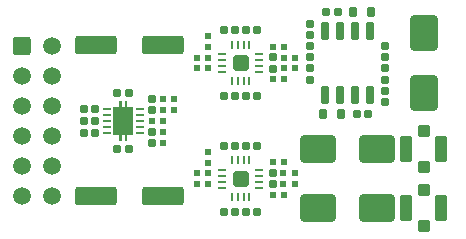
<source format=gts>
G04*
G04 #@! TF.GenerationSoftware,Altium Limited,Altium Designer,22.4.2 (48)*
G04*
G04 Layer_Color=8388736*
%FSLAX44Y44*%
%MOMM*%
G71*
G04*
G04 #@! TF.SameCoordinates,0052537D-BEB4-46D3-A19B-1C4CA2F22292*
G04*
G04*
G04 #@! TF.FilePolarity,Negative*
G04*
G01*
G75*
G04:AMPARAMS|DCode=14|XSize=0.55mm|YSize=0.5mm|CornerRadius=0.0625mm|HoleSize=0mm|Usage=FLASHONLY|Rotation=90.000|XOffset=0mm|YOffset=0mm|HoleType=Round|Shape=RoundedRectangle|*
%AMROUNDEDRECTD14*
21,1,0.5500,0.3750,0,0,90.0*
21,1,0.4250,0.5000,0,0,90.0*
1,1,0.1250,0.1875,0.2125*
1,1,0.1250,0.1875,-0.2125*
1,1,0.1250,-0.1875,-0.2125*
1,1,0.1250,-0.1875,0.2125*
%
%ADD14ROUNDEDRECTD14*%
G04:AMPARAMS|DCode=15|XSize=0.64mm|YSize=0.6mm|CornerRadius=0.075mm|HoleSize=0mm|Usage=FLASHONLY|Rotation=180.000|XOffset=0mm|YOffset=0mm|HoleType=Round|Shape=RoundedRectangle|*
%AMROUNDEDRECTD15*
21,1,0.6400,0.4500,0,0,180.0*
21,1,0.4900,0.6000,0,0,180.0*
1,1,0.1500,-0.2450,0.2250*
1,1,0.1500,0.2450,0.2250*
1,1,0.1500,0.2450,-0.2250*
1,1,0.1500,-0.2450,-0.2250*
%
%ADD15ROUNDEDRECTD15*%
G04:AMPARAMS|DCode=16|XSize=0.64mm|YSize=0.6mm|CornerRadius=0.075mm|HoleSize=0mm|Usage=FLASHONLY|Rotation=90.000|XOffset=0mm|YOffset=0mm|HoleType=Round|Shape=RoundedRectangle|*
%AMROUNDEDRECTD16*
21,1,0.6400,0.4500,0,0,90.0*
21,1,0.4900,0.6000,0,0,90.0*
1,1,0.1500,0.2250,0.2450*
1,1,0.1500,0.2250,-0.2450*
1,1,0.1500,-0.2250,-0.2450*
1,1,0.1500,-0.2250,0.2450*
%
%ADD16ROUNDEDRECTD16*%
G04:AMPARAMS|DCode=17|XSize=0.55mm|YSize=0.5mm|CornerRadius=0.0625mm|HoleSize=0mm|Usage=FLASHONLY|Rotation=180.000|XOffset=0mm|YOffset=0mm|HoleType=Round|Shape=RoundedRectangle|*
%AMROUNDEDRECTD17*
21,1,0.5500,0.3750,0,0,180.0*
21,1,0.4250,0.5000,0,0,180.0*
1,1,0.1250,-0.2125,0.1875*
1,1,0.1250,0.2125,0.1875*
1,1,0.1250,0.2125,-0.1875*
1,1,0.1250,-0.2125,-0.1875*
%
%ADD17ROUNDEDRECTD17*%
G04:AMPARAMS|DCode=18|XSize=0.85mm|YSize=0.6mm|CornerRadius=0.075mm|HoleSize=0mm|Usage=FLASHONLY|Rotation=270.000|XOffset=0mm|YOffset=0mm|HoleType=Round|Shape=RoundedRectangle|*
%AMROUNDEDRECTD18*
21,1,0.8500,0.4500,0,0,270.0*
21,1,0.7000,0.6000,0,0,270.0*
1,1,0.1500,-0.2250,-0.3500*
1,1,0.1500,-0.2250,0.3500*
1,1,0.1500,0.2250,0.3500*
1,1,0.1500,0.2250,-0.3500*
%
%ADD18ROUNDEDRECTD18*%
%ADD19O,0.8000X0.2000*%
%ADD20O,0.2000X0.8000*%
G04:AMPARAMS|DCode=21|XSize=1.3mm|YSize=1.3mm|CornerRadius=0.1625mm|HoleSize=0mm|Usage=FLASHONLY|Rotation=180.000|XOffset=0mm|YOffset=0mm|HoleType=Round|Shape=RoundedRectangle|*
%AMROUNDEDRECTD21*
21,1,1.3000,0.9750,0,0,180.0*
21,1,0.9750,1.3000,0,0,180.0*
1,1,0.3250,-0.4875,0.4875*
1,1,0.3250,0.4875,0.4875*
1,1,0.3250,0.4875,-0.4875*
1,1,0.3250,-0.4875,-0.4875*
%
%ADD21ROUNDEDRECTD21*%
G04:AMPARAMS|DCode=22|XSize=3mm|YSize=2.33mm|CornerRadius=0.2913mm|HoleSize=0mm|Usage=FLASHONLY|Rotation=0.000|XOffset=0mm|YOffset=0mm|HoleType=Round|Shape=RoundedRectangle|*
%AMROUNDEDRECTD22*
21,1,3.0000,1.7475,0,0,0.0*
21,1,2.4175,2.3300,0,0,0.0*
1,1,0.5825,1.2088,-0.8738*
1,1,0.5825,-1.2088,-0.8738*
1,1,0.5825,-1.2088,0.8738*
1,1,0.5825,1.2088,0.8738*
%
%ADD22ROUNDEDRECTD22*%
G04:AMPARAMS|DCode=23|XSize=3mm|YSize=2.33mm|CornerRadius=0.2913mm|HoleSize=0mm|Usage=FLASHONLY|Rotation=270.000|XOffset=0mm|YOffset=0mm|HoleType=Round|Shape=RoundedRectangle|*
%AMROUNDEDRECTD23*
21,1,3.0000,1.7475,0,0,270.0*
21,1,2.4175,2.3300,0,0,270.0*
1,1,0.5825,-0.8738,-1.2088*
1,1,0.5825,-0.8738,1.2088*
1,1,0.5825,0.8738,1.2088*
1,1,0.5825,0.8738,-1.2088*
%
%ADD23ROUNDEDRECTD23*%
G04:AMPARAMS|DCode=24|XSize=1.55mm|YSize=0.6mm|CornerRadius=0.075mm|HoleSize=0mm|Usage=FLASHONLY|Rotation=90.000|XOffset=0mm|YOffset=0mm|HoleType=Round|Shape=RoundedRectangle|*
%AMROUNDEDRECTD24*
21,1,1.5500,0.4500,0,0,90.0*
21,1,1.4000,0.6000,0,0,90.0*
1,1,0.1500,0.2250,0.7000*
1,1,0.1500,0.2250,-0.7000*
1,1,0.1500,-0.2250,-0.7000*
1,1,0.1500,-0.2250,0.7000*
%
%ADD24ROUNDEDRECTD24*%
G04:AMPARAMS|DCode=25|XSize=1.05mm|YSize=2.2mm|CornerRadius=0.1313mm|HoleSize=0mm|Usage=FLASHONLY|Rotation=0.000|XOffset=0mm|YOffset=0mm|HoleType=Round|Shape=RoundedRectangle|*
%AMROUNDEDRECTD25*
21,1,1.0500,1.9375,0,0,0.0*
21,1,0.7875,2.2000,0,0,0.0*
1,1,0.2625,0.3938,-0.9688*
1,1,0.2625,-0.3938,-0.9688*
1,1,0.2625,-0.3938,0.9688*
1,1,0.2625,0.3938,0.9688*
%
%ADD25ROUNDEDRECTD25*%
G04:AMPARAMS|DCode=26|XSize=1mm|YSize=1mm|CornerRadius=0.125mm|HoleSize=0mm|Usage=FLASHONLY|Rotation=0.000|XOffset=0mm|YOffset=0mm|HoleType=Round|Shape=RoundedRectangle|*
%AMROUNDEDRECTD26*
21,1,1.0000,0.7500,0,0,0.0*
21,1,0.7500,1.0000,0,0,0.0*
1,1,0.2500,0.3750,-0.3750*
1,1,0.2500,-0.3750,-0.3750*
1,1,0.2500,-0.3750,0.3750*
1,1,0.2500,0.3750,0.3750*
%
%ADD26ROUNDEDRECTD26*%
G04:AMPARAMS|DCode=27|XSize=0.6mm|YSize=0.24mm|CornerRadius=0.03mm|HoleSize=0mm|Usage=FLASHONLY|Rotation=0.000|XOffset=0mm|YOffset=0mm|HoleType=Round|Shape=RoundedRectangle|*
%AMROUNDEDRECTD27*
21,1,0.6000,0.1800,0,0,0.0*
21,1,0.5400,0.2400,0,0,0.0*
1,1,0.0600,0.2700,-0.0900*
1,1,0.0600,-0.2700,-0.0900*
1,1,0.0600,-0.2700,0.0900*
1,1,0.0600,0.2700,0.0900*
%
%ADD27ROUNDEDRECTD27*%
G04:AMPARAMS|DCode=28|XSize=3.5mm|YSize=1.6mm|CornerRadius=0.2mm|HoleSize=0mm|Usage=FLASHONLY|Rotation=0.000|XOffset=0mm|YOffset=0mm|HoleType=Round|Shape=RoundedRectangle|*
%AMROUNDEDRECTD28*
21,1,3.5000,1.2000,0,0,0.0*
21,1,3.1000,1.6000,0,0,0.0*
1,1,0.4000,1.5500,-0.6000*
1,1,0.4000,-1.5500,-0.6000*
1,1,0.4000,-1.5500,0.6000*
1,1,0.4000,1.5500,0.6000*
%
%ADD28ROUNDEDRECTD28*%
%ADD29C,1.4850*%
%ADD30C,1.5000*%
G04:AMPARAMS|DCode=31|XSize=1.5mm|YSize=1.5mm|CornerRadius=0.1875mm|HoleSize=0mm|Usage=FLASHONLY|Rotation=270.000|XOffset=0mm|YOffset=0mm|HoleType=Round|Shape=RoundedRectangle|*
%AMROUNDEDRECTD31*
21,1,1.5000,1.1250,0,0,270.0*
21,1,1.1250,1.5000,0,0,270.0*
1,1,0.3750,-0.5625,-0.5625*
1,1,0.3750,-0.5625,0.5625*
1,1,0.3750,0.5625,0.5625*
1,1,0.3750,0.5625,-0.5625*
%
%ADD31ROUNDEDRECTD31*%
G36*
X-248750Y17000D02*
X-247250D01*
X-247250Y17000D01*
X-247151D01*
X-246967Y16924D01*
X-246826Y16783D01*
X-246750Y16599D01*
Y16500D01*
X-246750Y12000D01*
X-242750D01*
Y12000D01*
X-242651D01*
X-242467Y11924D01*
X-242326Y11783D01*
X-242250Y11599D01*
Y11500D01*
X-242250Y-11500D01*
X-242250D01*
X-242250Y-11600D01*
X-242326Y-11783D01*
X-242467Y-11924D01*
X-242651Y-12000D01*
X-242750Y-12000D01*
X-246750D01*
Y-16500D01*
X-246750Y-16500D01*
X-246750Y-16600D01*
X-246826Y-16783D01*
X-246967Y-16924D01*
X-247151Y-17000D01*
X-247250Y-17000D01*
X-248750Y-17000D01*
X-248750D01*
X-248850Y-17000D01*
X-249033Y-16924D01*
X-249174Y-16783D01*
X-249250Y-16600D01*
X-249250Y-16500D01*
Y-12000D01*
X-251750D01*
Y-16500D01*
Y-16500D01*
X-251750Y-16600D01*
X-251826Y-16783D01*
X-251967Y-16924D01*
X-252150Y-17000D01*
X-252250Y-17000D01*
X-253750Y-17000D01*
X-253850Y-17000D01*
X-254033Y-16924D01*
X-254174Y-16783D01*
X-254250Y-16600D01*
X-254250Y-16500D01*
X-254250Y-12000D01*
X-258250D01*
X-258349Y-12000D01*
X-258533Y-11924D01*
X-258674Y-11783D01*
X-258750Y-11600D01*
X-258750Y-11500D01*
Y11500D01*
X-258750Y11599D01*
X-258674Y11783D01*
X-258533Y11924D01*
X-258349Y12000D01*
X-258250Y12000D01*
X-254250Y12000D01*
X-254250Y16500D01*
X-254250Y16600D01*
X-254174Y16783D01*
X-254033Y16924D01*
X-253850Y17000D01*
X-253750Y17000D01*
X-252250D01*
Y17000D01*
X-252151D01*
X-251967Y16924D01*
X-251826Y16783D01*
X-251750Y16599D01*
Y16500D01*
X-251750Y12000D01*
X-249250D01*
X-249250Y16500D01*
X-249250Y16600D01*
X-249174Y16783D01*
X-249033Y16924D01*
X-248850Y17000D01*
X-248750Y17000D01*
D02*
G37*
D14*
X-187750Y-53500D02*
D03*
X-178250Y-44500D02*
D03*
X-187750D02*
D03*
Y44500D02*
D03*
X-178250D02*
D03*
Y-53500D02*
D03*
X-187750Y53500D02*
D03*
X-178250D02*
D03*
X-114250Y-63000D02*
D03*
X-123750D02*
D03*
X-114250Y62500D02*
D03*
X-123750D02*
D03*
X-105250Y-53500D02*
D03*
X-114750D02*
D03*
X-114250Y-34500D02*
D03*
X-123750D02*
D03*
X-104750Y53500D02*
D03*
X-114250D02*
D03*
Y35500D02*
D03*
X-123750D02*
D03*
X-104750Y44500D02*
D03*
X-114250D02*
D03*
X-105250Y-44500D02*
D03*
X-114750D02*
D03*
X-226375Y0D02*
D03*
X-216875D02*
D03*
D15*
X-226375Y-18800D02*
D03*
Y-9200D02*
D03*
X-92000Y34700D02*
D03*
Y44300D02*
D03*
X-29000Y34700D02*
D03*
Y44300D02*
D03*
X-92000Y53700D02*
D03*
Y63300D02*
D03*
Y72700D02*
D03*
Y82300D02*
D03*
X-123500Y-53800D02*
D03*
Y-44200D02*
D03*
Y44200D02*
D03*
Y53800D02*
D03*
X-29000Y63300D02*
D03*
Y53700D02*
D03*
Y25300D02*
D03*
Y15700D02*
D03*
X-226375Y9200D02*
D03*
Y18800D02*
D03*
D16*
X-52300Y5500D02*
D03*
X-42700D02*
D03*
X-78300Y92500D02*
D03*
X-68700D02*
D03*
X-136700Y-77000D02*
D03*
X-146300D02*
D03*
X-136700Y-21000D02*
D03*
X-146300D02*
D03*
X-155700Y-77000D02*
D03*
X-165300D02*
D03*
Y21000D02*
D03*
X-155700D02*
D03*
X-146300Y77000D02*
D03*
X-136700D02*
D03*
X-165300Y-21000D02*
D03*
X-155700D02*
D03*
X-136700Y21000D02*
D03*
X-146300D02*
D03*
X-165300Y77000D02*
D03*
X-155700D02*
D03*
X-245700Y-23500D02*
D03*
X-255300D02*
D03*
X-274325Y-10000D02*
D03*
X-283925D02*
D03*
X-255300Y23500D02*
D03*
X-245700D02*
D03*
X-283925Y10000D02*
D03*
X-274325D02*
D03*
X-283925Y0D02*
D03*
X-274325D02*
D03*
D17*
X-178500Y71750D02*
D03*
Y62250D02*
D03*
Y-26250D02*
D03*
Y-35750D02*
D03*
X-207625Y18750D02*
D03*
Y9250D02*
D03*
X-216875Y18750D02*
D03*
Y9250D02*
D03*
Y-9250D02*
D03*
Y-18750D02*
D03*
D18*
X-55750Y92500D02*
D03*
X-40250D02*
D03*
X-81250Y5500D02*
D03*
X-65750D02*
D03*
D19*
X-135500Y41500D02*
D03*
Y46500D02*
D03*
Y51500D02*
D03*
Y56500D02*
D03*
X-166500D02*
D03*
Y51500D02*
D03*
Y46500D02*
D03*
Y41500D02*
D03*
X-135500Y-56500D02*
D03*
Y-51500D02*
D03*
Y-46500D02*
D03*
Y-41500D02*
D03*
X-166500D02*
D03*
Y-46500D02*
D03*
Y-51500D02*
D03*
Y-56500D02*
D03*
D20*
X-143500Y64500D02*
D03*
X-148500D02*
D03*
X-153500D02*
D03*
X-158500D02*
D03*
Y33500D02*
D03*
X-153500D02*
D03*
X-148500D02*
D03*
X-143500D02*
D03*
Y-33500D02*
D03*
X-148500D02*
D03*
X-153500D02*
D03*
X-158500D02*
D03*
Y-64500D02*
D03*
X-153500D02*
D03*
X-148500D02*
D03*
X-143500D02*
D03*
D21*
X-151000Y49000D02*
D03*
Y-49000D02*
D03*
D22*
X-85600Y-74000D02*
D03*
X-35400D02*
D03*
X-35400Y-24000D02*
D03*
X-85600D02*
D03*
D23*
X4000Y23900D02*
D03*
X4000Y74100D02*
D03*
D24*
X-79550Y22000D02*
D03*
X-66850D02*
D03*
X-54150D02*
D03*
X-41450D02*
D03*
Y76000D02*
D03*
X-54150D02*
D03*
X-66850D02*
D03*
X-79550D02*
D03*
D25*
X-10750Y-74000D02*
D03*
X18750D02*
D03*
X-10750Y-24000D02*
D03*
X18750D02*
D03*
D26*
X4000Y-59000D02*
D03*
Y-89000D02*
D03*
Y-9000D02*
D03*
Y-39000D02*
D03*
D27*
X-236500Y10000D02*
D03*
Y5000D02*
D03*
Y0D02*
D03*
Y-5000D02*
D03*
Y-10000D02*
D03*
X-264500D02*
D03*
Y-5000D02*
D03*
Y0D02*
D03*
Y5000D02*
D03*
Y10000D02*
D03*
D28*
X-273000Y-64000D02*
D03*
X-217000D02*
D03*
X-273000Y64000D02*
D03*
X-217000D02*
D03*
D29*
X-250500Y0D02*
D03*
D30*
X-310500Y-12700D02*
D03*
X-335900D02*
D03*
X-310500Y12700D02*
D03*
X-335900D02*
D03*
X-310500Y63500D02*
D03*
X-335900Y38100D02*
D03*
X-310500D02*
D03*
X-335900Y-38100D02*
D03*
Y-63500D02*
D03*
X-310500Y-38100D02*
D03*
Y-63500D02*
D03*
D31*
X-335900Y63500D02*
D03*
M02*

</source>
